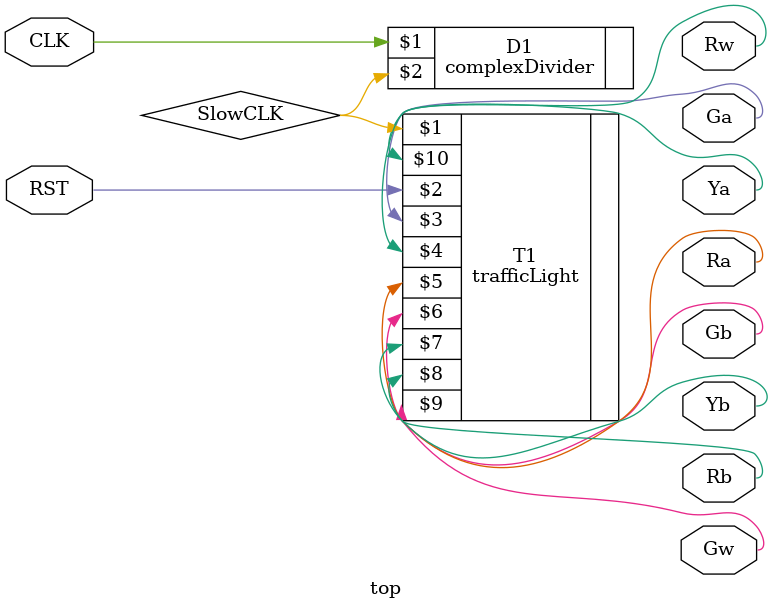
<source format=v>
module top(CLK, RST, Ga, Ya, Ra, Gb, Yb, Rb, Gw, Rw);

input CLK, RST;
output Ga, Ya, Ra, Gb, Yb, Rb, Gw, Rw;

wire SlowCLK;

trafficLight T1 (SlowCLK, RST, Ga, Ya, Ra, Gb, Yb, Rb, Gw, Rw);
complexDivider D1(CLK, SlowCLK);

endmodule

</source>
